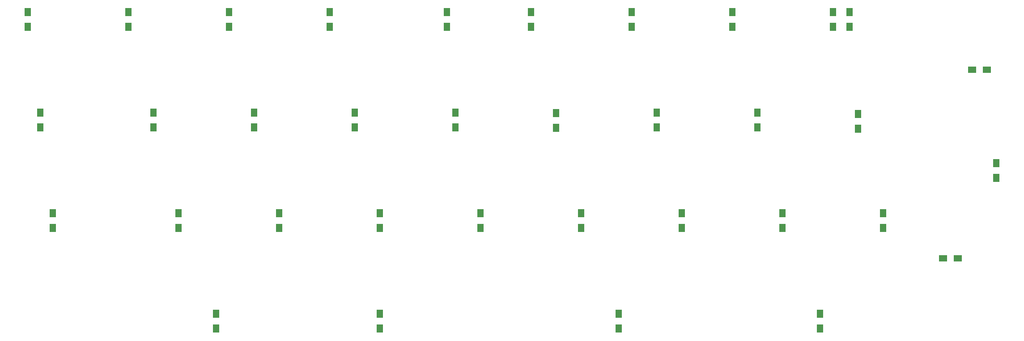
<source format=gbr>
%TF.GenerationSoftware,KiCad,Pcbnew,(7.0.0)*%
%TF.CreationDate,2023-08-24T19:00:58+02:00*%
%TF.ProjectId,QAZISOKLEWTFBBQ,51415a49-534f-44b4-9c45-575446424251,rev?*%
%TF.SameCoordinates,Original*%
%TF.FileFunction,Paste,Bot*%
%TF.FilePolarity,Positive*%
%FSLAX46Y46*%
G04 Gerber Fmt 4.6, Leading zero omitted, Abs format (unit mm)*
G04 Created by KiCad (PCBNEW (7.0.0)) date 2023-08-24 19:00:58*
%MOMM*%
%LPD*%
G01*
G04 APERTURE LIST*
%ADD10R,1.600000X1.200000*%
%ADD11R,1.200000X1.600000*%
G04 APERTURE END LIST*
D10*
%TO.C,D35*%
X214499999Y-78581249D03*
X217299999Y-78581249D03*
%TD*%
D11*
%TO.C,D12*%
X65087499Y-53787499D03*
X65087499Y-50987499D03*
%TD*%
%TO.C,D30*%
X76993749Y-91887499D03*
X76993749Y-89087499D03*
%TD*%
%TO.C,D27*%
X165099999Y-72837499D03*
X165099999Y-70037499D03*
%TD*%
%TO.C,D32*%
X153193749Y-91887499D03*
X153193749Y-89087499D03*
%TD*%
%TO.C,D16*%
X141287499Y-53856249D03*
X141287499Y-51056249D03*
%TD*%
%TO.C,D21*%
X46037499Y-72837499D03*
X46037499Y-70037499D03*
%TD*%
%TO.C,D33*%
X191293749Y-91887499D03*
X191293749Y-89087499D03*
%TD*%
D10*
%TO.C,D34*%
X222856249Y-42862499D03*
X220056249Y-42862499D03*
%TD*%
D11*
%TO.C,D28*%
X184149999Y-72837499D03*
X184149999Y-70037499D03*
%TD*%
%TO.C,D31*%
X107949999Y-91887499D03*
X107949999Y-89087499D03*
%TD*%
%TO.C,D17*%
X160337499Y-53787499D03*
X160337499Y-50987499D03*
%TD*%
%TO.C,D6*%
X136524999Y-34737499D03*
X136524999Y-31937499D03*
%TD*%
%TO.C,D9*%
X193674999Y-34737499D03*
X193674999Y-31937499D03*
%TD*%
%TO.C,D26*%
X146049999Y-72837499D03*
X146049999Y-70037499D03*
%TD*%
%TO.C,D20*%
X224631249Y-63312499D03*
X224631249Y-60512499D03*
%TD*%
%TO.C,D23*%
X88899999Y-72837499D03*
X88899999Y-70037499D03*
%TD*%
%TO.C,D18*%
X179387499Y-53787499D03*
X179387499Y-50987499D03*
%TD*%
%TO.C,D5*%
X120649999Y-34737499D03*
X120649999Y-31937499D03*
%TD*%
%TO.C,D24*%
X107949999Y-72837499D03*
X107949999Y-70037499D03*
%TD*%
%TO.C,D4*%
X98424999Y-34737499D03*
X98424999Y-31937499D03*
%TD*%
%TO.C,D11*%
X43656249Y-53787499D03*
X43656249Y-50987499D03*
%TD*%
%TO.C,D19*%
X198437499Y-53974999D03*
X198437499Y-51174999D03*
%TD*%
%TO.C,D8*%
X174624999Y-34737499D03*
X174624999Y-31937499D03*
%TD*%
%TO.C,D29*%
X203199999Y-72837499D03*
X203199999Y-70037499D03*
%TD*%
%TO.C,D15*%
X122237499Y-53787499D03*
X122237499Y-50987499D03*
%TD*%
%TO.C,D25*%
X126999999Y-72837499D03*
X126999999Y-70037499D03*
%TD*%
%TO.C,D22*%
X69849999Y-72837499D03*
X69849999Y-70037499D03*
%TD*%
%TO.C,D14*%
X103187499Y-53787499D03*
X103187499Y-50987499D03*
%TD*%
%TO.C,D2*%
X60324999Y-34737499D03*
X60324999Y-31937499D03*
%TD*%
%TO.C,D1*%
X41274999Y-34737499D03*
X41274999Y-31937499D03*
%TD*%
%TO.C,D10*%
X196849999Y-34737499D03*
X196849999Y-31937499D03*
%TD*%
%TO.C,D7*%
X155574999Y-34737499D03*
X155574999Y-31937499D03*
%TD*%
%TO.C,D3*%
X79374999Y-34737499D03*
X79374999Y-31937499D03*
%TD*%
%TO.C,D13*%
X84137499Y-53787499D03*
X84137499Y-50987499D03*
%TD*%
M02*

</source>
